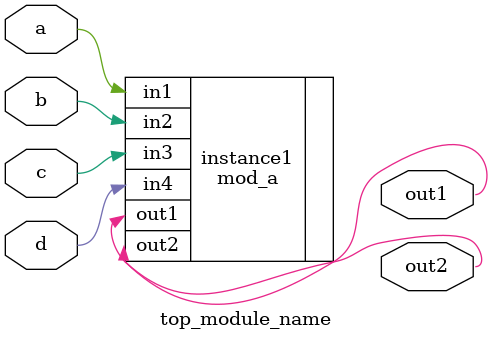
<source format=v>
module top_module_name (
    input a,
    input b, 
    input c,
    input d,
    output out1,
    output out2
);

    mod_a instance1(
        .in1(a),
        .in2(b),
        .in3(c),
        .in4(d),
        .out1(out1),
        .out2(out2)
    );

endmodule
</source>
